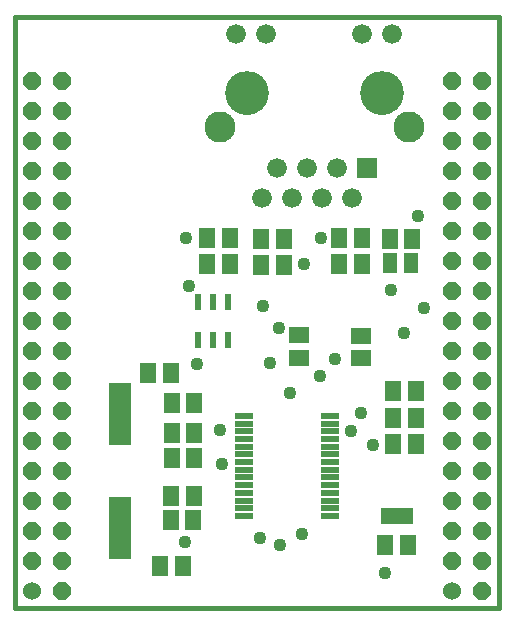
<source format=gts>
G75*
%MOIN*%
%OFA0B0*%
%FSLAX24Y24*%
%IPPOS*%
%LPD*%
%AMOC8*
5,1,8,0,0,1.08239X$1,22.5*
%
%ADD10C,0.0160*%
%ADD11C,0.0600*%
%ADD12OC8,0.0600*%
%ADD13R,0.0610X0.0197*%
%ADD14C,0.0660*%
%ADD15C,0.1035*%
%ADD16R,0.0660X0.0660*%
%ADD17C,0.0000*%
%ADD18C,0.1460*%
%ADD19R,0.0572X0.0651*%
%ADD20R,0.0760X0.2060*%
%ADD21R,0.1060X0.0560*%
%ADD22R,0.0493X0.0651*%
%ADD23R,0.0651X0.0572*%
%ADD24R,0.0220X0.0540*%
%ADD25C,0.0436*%
D10*
X000259Y000180D02*
X016401Y000180D01*
X016401Y019865D01*
X000259Y019865D01*
X000259Y000180D01*
D11*
X000830Y000735D03*
X014830Y000735D03*
D12*
X014830Y001735D03*
X014830Y002735D03*
X014830Y003735D03*
X014830Y004735D03*
X014830Y005735D03*
X014830Y006735D03*
X014830Y007735D03*
X014830Y008735D03*
X014830Y009735D03*
X014830Y010735D03*
X014830Y011735D03*
X014830Y012735D03*
X014830Y013735D03*
X014830Y014735D03*
X014830Y015735D03*
X014830Y016735D03*
X014830Y017735D03*
X015830Y017735D03*
X015830Y016735D03*
X015830Y015735D03*
X015830Y014735D03*
X015830Y013735D03*
X015830Y012735D03*
X015830Y011735D03*
X015830Y010735D03*
X015830Y009735D03*
X015830Y008735D03*
X015830Y007735D03*
X015830Y006735D03*
X015830Y005735D03*
X015830Y004735D03*
X015830Y003735D03*
X015830Y002735D03*
X015830Y001735D03*
X015830Y000735D03*
X001830Y000735D03*
X001830Y001735D03*
X001830Y002735D03*
X001830Y003735D03*
X001830Y004735D03*
X001830Y005735D03*
X001830Y006735D03*
X001830Y007735D03*
X001830Y008735D03*
X001830Y009735D03*
X001830Y010735D03*
X001830Y011735D03*
X001830Y012735D03*
X001830Y013735D03*
X001830Y014735D03*
X001830Y015735D03*
X001830Y016735D03*
X001830Y017735D03*
X000830Y017735D03*
X000830Y016735D03*
X000830Y015735D03*
X000830Y014735D03*
X000830Y013735D03*
X000830Y012735D03*
X000830Y011735D03*
X000830Y010735D03*
X000830Y009735D03*
X000830Y008735D03*
X000830Y007735D03*
X000830Y006735D03*
X000830Y005735D03*
X000830Y004735D03*
X000830Y003735D03*
X000830Y002735D03*
X000830Y001735D03*
D13*
X007895Y003241D03*
X007895Y003497D03*
X007895Y003753D03*
X007895Y004009D03*
X007895Y004265D03*
X007895Y004521D03*
X007895Y004776D03*
X007895Y005032D03*
X007895Y005288D03*
X007895Y005544D03*
X007895Y005800D03*
X007895Y006056D03*
X007895Y006312D03*
X007895Y006568D03*
X010773Y006568D03*
X010773Y006312D03*
X010773Y006056D03*
X010773Y005800D03*
X010773Y005544D03*
X010773Y005288D03*
X010773Y005032D03*
X010773Y004776D03*
X010773Y004521D03*
X010773Y004265D03*
X010773Y004009D03*
X010773Y003753D03*
X010773Y003497D03*
X010773Y003241D03*
D14*
X010489Y013845D03*
X009989Y014845D03*
X009489Y013845D03*
X008989Y014845D03*
X008489Y013845D03*
X010989Y014845D03*
X011489Y013845D03*
X011839Y019295D03*
X012839Y019295D03*
X008639Y019295D03*
X007639Y019295D03*
D15*
X007089Y016195D03*
X013389Y016195D03*
D16*
X011989Y014845D03*
D17*
X011789Y017345D02*
X011791Y017397D01*
X011797Y017449D01*
X011807Y017501D01*
X011820Y017551D01*
X011837Y017601D01*
X011858Y017649D01*
X011883Y017695D01*
X011911Y017739D01*
X011942Y017781D01*
X011976Y017821D01*
X012013Y017858D01*
X012053Y017892D01*
X012095Y017923D01*
X012139Y017951D01*
X012185Y017976D01*
X012233Y017997D01*
X012283Y018014D01*
X012333Y018027D01*
X012385Y018037D01*
X012437Y018043D01*
X012489Y018045D01*
X012541Y018043D01*
X012593Y018037D01*
X012645Y018027D01*
X012695Y018014D01*
X012745Y017997D01*
X012793Y017976D01*
X012839Y017951D01*
X012883Y017923D01*
X012925Y017892D01*
X012965Y017858D01*
X013002Y017821D01*
X013036Y017781D01*
X013067Y017739D01*
X013095Y017695D01*
X013120Y017649D01*
X013141Y017601D01*
X013158Y017551D01*
X013171Y017501D01*
X013181Y017449D01*
X013187Y017397D01*
X013189Y017345D01*
X013187Y017293D01*
X013181Y017241D01*
X013171Y017189D01*
X013158Y017139D01*
X013141Y017089D01*
X013120Y017041D01*
X013095Y016995D01*
X013067Y016951D01*
X013036Y016909D01*
X013002Y016869D01*
X012965Y016832D01*
X012925Y016798D01*
X012883Y016767D01*
X012839Y016739D01*
X012793Y016714D01*
X012745Y016693D01*
X012695Y016676D01*
X012645Y016663D01*
X012593Y016653D01*
X012541Y016647D01*
X012489Y016645D01*
X012437Y016647D01*
X012385Y016653D01*
X012333Y016663D01*
X012283Y016676D01*
X012233Y016693D01*
X012185Y016714D01*
X012139Y016739D01*
X012095Y016767D01*
X012053Y016798D01*
X012013Y016832D01*
X011976Y016869D01*
X011942Y016909D01*
X011911Y016951D01*
X011883Y016995D01*
X011858Y017041D01*
X011837Y017089D01*
X011820Y017139D01*
X011807Y017189D01*
X011797Y017241D01*
X011791Y017293D01*
X011789Y017345D01*
X007289Y017345D02*
X007291Y017397D01*
X007297Y017449D01*
X007307Y017501D01*
X007320Y017551D01*
X007337Y017601D01*
X007358Y017649D01*
X007383Y017695D01*
X007411Y017739D01*
X007442Y017781D01*
X007476Y017821D01*
X007513Y017858D01*
X007553Y017892D01*
X007595Y017923D01*
X007639Y017951D01*
X007685Y017976D01*
X007733Y017997D01*
X007783Y018014D01*
X007833Y018027D01*
X007885Y018037D01*
X007937Y018043D01*
X007989Y018045D01*
X008041Y018043D01*
X008093Y018037D01*
X008145Y018027D01*
X008195Y018014D01*
X008245Y017997D01*
X008293Y017976D01*
X008339Y017951D01*
X008383Y017923D01*
X008425Y017892D01*
X008465Y017858D01*
X008502Y017821D01*
X008536Y017781D01*
X008567Y017739D01*
X008595Y017695D01*
X008620Y017649D01*
X008641Y017601D01*
X008658Y017551D01*
X008671Y017501D01*
X008681Y017449D01*
X008687Y017397D01*
X008689Y017345D01*
X008687Y017293D01*
X008681Y017241D01*
X008671Y017189D01*
X008658Y017139D01*
X008641Y017089D01*
X008620Y017041D01*
X008595Y016995D01*
X008567Y016951D01*
X008536Y016909D01*
X008502Y016869D01*
X008465Y016832D01*
X008425Y016798D01*
X008383Y016767D01*
X008339Y016739D01*
X008293Y016714D01*
X008245Y016693D01*
X008195Y016676D01*
X008145Y016663D01*
X008093Y016653D01*
X008041Y016647D01*
X007989Y016645D01*
X007937Y016647D01*
X007885Y016653D01*
X007833Y016663D01*
X007783Y016676D01*
X007733Y016693D01*
X007685Y016714D01*
X007639Y016739D01*
X007595Y016767D01*
X007553Y016798D01*
X007513Y016832D01*
X007476Y016869D01*
X007442Y016909D01*
X007411Y016951D01*
X007383Y016995D01*
X007358Y017041D01*
X007337Y017089D01*
X007320Y017139D01*
X007307Y017189D01*
X007297Y017241D01*
X007291Y017293D01*
X007289Y017345D01*
D18*
X007989Y017345D03*
X012489Y017345D03*
D19*
X012759Y012483D03*
X013507Y012483D03*
X011834Y012503D03*
X011834Y011637D03*
X011086Y011637D03*
X011086Y012503D03*
X009236Y012483D03*
X009236Y011617D03*
X008487Y011617D03*
X008487Y012483D03*
X007424Y012503D03*
X006676Y012503D03*
X006676Y011637D03*
X007424Y011637D03*
X005456Y008015D03*
X004708Y008015D03*
X005495Y007011D03*
X006243Y007011D03*
X006243Y005987D03*
X006243Y005180D03*
X005495Y005180D03*
X005495Y005987D03*
X005476Y003920D03*
X005456Y003093D03*
X006204Y003093D03*
X006224Y003920D03*
X005869Y001558D03*
X005121Y001558D03*
X012621Y002267D03*
X013369Y002267D03*
X013625Y005633D03*
X012877Y005633D03*
X012877Y006519D03*
X013625Y006519D03*
X013625Y007404D03*
X012877Y007404D03*
D20*
X003763Y006647D03*
X003763Y002847D03*
D21*
X012995Y003251D03*
D22*
X012779Y011656D03*
X013487Y011656D03*
D23*
X011814Y009235D03*
X011814Y008487D03*
X009728Y008507D03*
X009728Y009255D03*
D24*
X007373Y009097D03*
X006873Y009097D03*
X006373Y009097D03*
X006373Y010357D03*
X006873Y010357D03*
X007373Y010357D03*
D25*
X008527Y010239D03*
X009078Y009491D03*
X008783Y008349D03*
X009452Y007326D03*
X010436Y007916D03*
X010948Y008467D03*
X011795Y006656D03*
X011480Y006066D03*
X012208Y005613D03*
X009826Y002621D03*
X009098Y002286D03*
X008428Y002503D03*
X007169Y004963D03*
X007110Y006105D03*
X006322Y008310D03*
X006066Y010889D03*
X005987Y012503D03*
X009905Y011637D03*
X010476Y012503D03*
X012799Y010771D03*
X013232Y009353D03*
X013901Y010180D03*
X013704Y013251D03*
X005948Y002365D03*
X012621Y001322D03*
M02*

</source>
